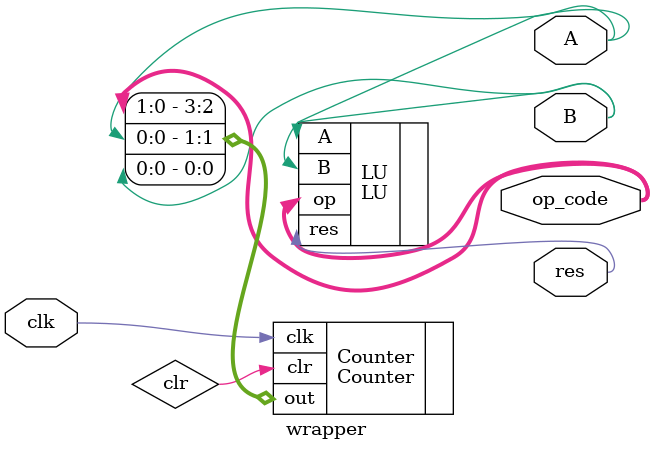
<source format=v>
`timescale 1ns / 1ps


module wrapper (
    input clk,
    output wire A,
    output wire B,
    output wire [1:0] op_code,
    output wire res
    );
    
    wire [2:0] out;
    Counter Counter(.clr(clr), .clk(clk), .out({op_code, A, B}));
    LU LU(.op(op_code), .A(A), .B(B), .res(res));

endmodule
</source>
